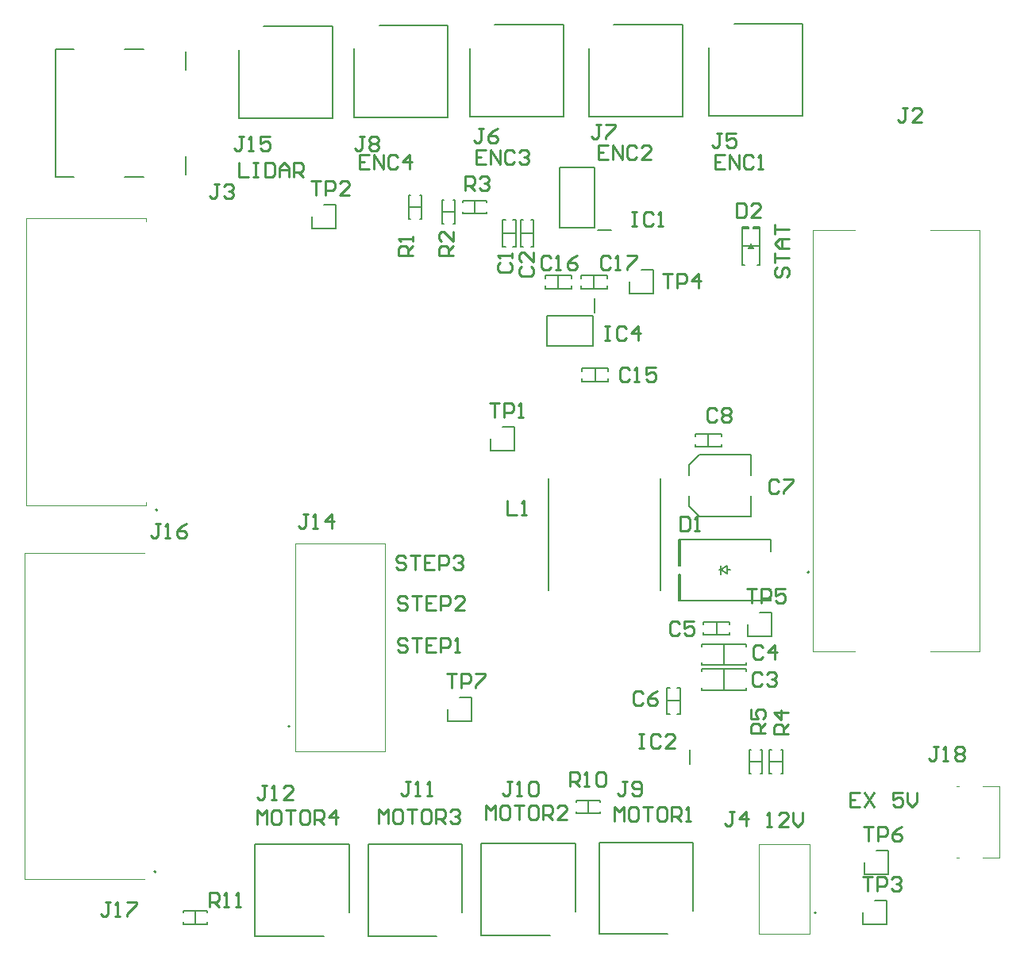
<source format=gto>
G04*
G04 #@! TF.GenerationSoftware,Altium Limited,Altium Designer,21.0.9 (235)*
G04*
G04 Layer_Color=65535*
%FSLAX25Y25*%
%MOIN*%
G70*
G04*
G04 #@! TF.SameCoordinates,91F4C2CD-C4D8-4C02-87E3-D191CECDD99B*
G04*
G04*
G04 #@! TF.FilePolarity,Positive*
G04*
G01*
G75*
%ADD10C,0.00787*%
%ADD11C,0.00394*%
%ADD12C,0.00591*%
%ADD13C,0.01000*%
D10*
X314492Y16606D02*
G03*
X314492Y17394I0J394D01*
G01*
D02*
G03*
X314492Y16606I0J-394D01*
G01*
X37846Y185831D02*
G03*
X37846Y186618I0J394D01*
G01*
D02*
G03*
X37846Y185831I0J-394D01*
G01*
X311535Y160531D02*
G03*
X311535Y159744I0J-394D01*
G01*
D02*
G03*
X311535Y160531I0J394D01*
G01*
X93466Y94965D02*
G03*
X93466Y95752I0J394D01*
G01*
D02*
G03*
X93466Y94965I0J-394D01*
G01*
X37697Y34268D02*
G03*
X36909Y34268I-394J0D01*
G01*
D02*
G03*
X37697Y34268I394J0D01*
G01*
X263165Y17846D02*
Y46587D01*
X223795D02*
X263165D01*
X223795Y8004D02*
Y46587D01*
Y8004D02*
X252535D01*
X213665Y17500D02*
Y46240D01*
X174295D02*
X213665D01*
X174295Y7658D02*
Y46240D01*
Y7658D02*
X203035D01*
X166130Y17000D02*
Y45740D01*
X126760D02*
X166130D01*
X126760Y7158D02*
Y45740D01*
Y7158D02*
X155500D01*
X118665Y17000D02*
Y45740D01*
X79295D02*
X118665D01*
X79295Y7158D02*
Y45740D01*
Y7158D02*
X108035D01*
X236500Y277000D02*
Y282000D01*
Y277000D02*
X246500D01*
Y287000D01*
X241500D02*
X246500D01*
X286000Y133000D02*
Y138000D01*
Y133000D02*
X296000D01*
Y143000D01*
X291000D02*
X296000D01*
X178000Y211000D02*
Y216000D01*
Y211000D02*
X188000D01*
Y221000D01*
X183000D02*
X188000D01*
X334500Y12000D02*
Y17000D01*
Y12000D02*
X344500D01*
Y22000D01*
X339500D02*
X344500D01*
X103000Y304500D02*
Y309500D01*
Y304500D02*
X113000D01*
Y314500D01*
X108000D02*
X113000D01*
X160000Y97500D02*
Y102500D01*
Y97500D02*
X170000D01*
Y107500D01*
X165000D02*
X170000D01*
X335000Y33000D02*
Y38000D01*
Y33000D02*
X345000D01*
Y43000D01*
X340000D02*
X345000D01*
X72335Y350913D02*
Y379654D01*
Y350913D02*
X111705D01*
Y389496D01*
X82965D02*
X111705D01*
X120835Y351260D02*
Y380000D01*
Y351260D02*
X160205D01*
Y389843D01*
X131465D02*
X160205D01*
X169335Y351413D02*
Y380153D01*
Y351413D02*
X208705D01*
Y389996D01*
X179965D02*
X208705D01*
X219335Y351413D02*
Y380153D01*
Y351413D02*
X258705D01*
Y389996D01*
X229965D02*
X258705D01*
X269870Y351913D02*
Y380654D01*
Y351913D02*
X309240D01*
Y390496D01*
X280500D02*
X309240D01*
X261445Y205025D02*
X265776Y209355D01*
X261445Y200694D02*
Y205025D01*
X265776Y209355D02*
X287429D01*
Y200694D02*
Y209355D01*
X261445Y187702D02*
X265776Y183371D01*
X261445Y187702D02*
Y192033D01*
X265776Y183371D02*
X287429D01*
Y192033D01*
X249622Y152378D02*
Y199622D01*
X202378Y152378D02*
Y199622D01*
X50055Y371110D02*
Y378984D01*
X-4669Y379772D02*
X3205D01*
X-4669Y326228D02*
Y379772D01*
Y326228D02*
X3205D01*
X24465Y379772D02*
X32339D01*
X24465Y326228D02*
X32339D01*
X50055Y327016D02*
Y334890D01*
X261779Y79508D02*
Y85512D01*
X221657Y269177D02*
Y275083D01*
X201854Y267799D02*
X221146D01*
X201854Y255201D02*
Y267799D01*
Y255201D02*
X221146D01*
Y267799D01*
X223161Y303720D02*
X228969D01*
X221783Y304705D02*
Y330295D01*
X207217D02*
X221783D01*
X207217Y304705D02*
Y330295D01*
Y304705D02*
X221783D01*
X277543Y161000D02*
X278724D01*
X274000D02*
X274787D01*
X277543Y159425D02*
Y162969D01*
X274787Y161000D02*
X277543Y162969D01*
X274787Y161000D02*
X277543Y159425D01*
X274787Y159031D02*
Y162969D01*
X257071Y148008D02*
Y159031D01*
X257858D01*
Y148008D02*
Y159031D01*
Y162969D02*
Y173992D01*
X257071Y162969D02*
X257858D01*
X257071D02*
Y173992D01*
X295654Y168776D02*
Y173992D01*
Y148008D02*
Y153224D01*
X257071Y173992D02*
X295654D01*
X257071Y148008D02*
X295654D01*
D11*
X365479Y47202D02*
G03*
X365479Y47595I0J197D01*
G01*
D02*
G03*
X365479Y47202I0J-197D01*
G01*
X290870Y8142D02*
Y45937D01*
Y8142D02*
X312130D01*
Y45937D01*
X290870D02*
X312130D01*
X384921Y40115D02*
X391708D01*
Y70036D01*
X384921D02*
X391708D01*
X373897Y40115D02*
X374684D01*
X373897Y70036D02*
X374684D01*
X33516Y307484D02*
Y308665D01*
X-16878D02*
X33516D01*
X-16878Y188193D02*
Y308665D01*
Y188193D02*
X33516D01*
Y189374D01*
X362717Y126673D02*
X383583D01*
Y303839D01*
X362717D02*
X383583D01*
X313504D02*
X331221D01*
X313504Y126673D02*
Y303839D01*
Y126673D02*
X331221D01*
X96025Y172130D02*
X133820D01*
X96025Y84728D02*
Y172130D01*
Y84728D02*
X133820D01*
Y172130D01*
X-17421Y31119D02*
X32972D01*
X-17421D02*
Y168127D01*
X32972D01*
D12*
X54000Y12244D02*
Y17756D01*
X59000Y12244D02*
Y13000D01*
X49000Y12244D02*
X59000D01*
X49000D02*
Y13000D01*
Y17000D02*
Y17756D01*
X59000D01*
Y17000D02*
Y17756D01*
X219000Y58744D02*
Y64256D01*
X214000Y63500D02*
Y64256D01*
X224000D01*
Y63500D02*
Y64256D01*
Y58744D02*
Y59500D01*
X214000Y58744D02*
X224000D01*
X214000D02*
Y59500D01*
X287500Y297000D02*
X288500Y296000D01*
X286500D02*
X287500Y297000D01*
X286500Y296000D02*
X288500D01*
X287500Y297000D02*
Y298000D01*
X283957Y297000D02*
X291043D01*
X288500Y304500D02*
X291043D01*
Y289000D02*
Y304500D01*
X290256Y289000D02*
X291043D01*
X283957Y304500D02*
X286500D01*
X283957Y289000D02*
Y304500D01*
Y289000D02*
X284744D01*
X288500Y304500D02*
Y305000D01*
X291043D01*
Y304500D02*
Y305000D01*
X283957Y304500D02*
Y305000D01*
X286500D01*
Y304500D02*
Y305000D01*
X269500Y212744D02*
Y218256D01*
X275012Y212744D02*
Y213925D01*
X263988Y212744D02*
X275012D01*
X263988D02*
Y213925D01*
Y217075D02*
Y218256D01*
X275012D01*
Y217075D02*
Y218256D01*
X286681Y85500D02*
X287437D01*
X286681Y75500D02*
Y85500D01*
Y75500D02*
X287437D01*
X291437D02*
X292193D01*
Y85500D01*
X291437D02*
X292193D01*
X286681Y80500D02*
X292193D01*
X300000Y75500D02*
X300756D01*
Y85500D01*
X300000D02*
X300756D01*
X295244D02*
X296000D01*
X295244Y75500D02*
Y85500D01*
Y75500D02*
X296000D01*
X295244Y80500D02*
X300756D01*
X252244Y106000D02*
X257756D01*
X256575Y111512D02*
X257756D01*
Y100488D02*
Y111512D01*
X256575Y100488D02*
X257756D01*
X252244D02*
X253425D01*
X252244D02*
Y111512D01*
X253425D01*
X285350Y128945D02*
Y129929D01*
X266650D02*
X285350D01*
X266650Y128945D02*
Y129929D01*
Y121071D02*
Y122055D01*
Y121071D02*
X285350D01*
Y122055D01*
X276000Y121071D02*
Y129929D01*
X285350Y118445D02*
Y119429D01*
X266650D02*
X285350D01*
X266650Y118445D02*
Y119429D01*
Y110571D02*
Y111555D01*
Y110571D02*
X285350D01*
Y111555D01*
X276000Y110571D02*
Y119429D01*
X273000Y133744D02*
Y139256D01*
X278512Y133744D02*
Y134925D01*
X267488Y133744D02*
X278512D01*
X267488D02*
Y134925D01*
Y138075D02*
Y139256D01*
X278512D01*
Y138075D02*
Y139256D01*
X221500Y279244D02*
Y284756D01*
X227012Y279244D02*
Y280425D01*
X215988Y279244D02*
X227012D01*
X215988D02*
Y280425D01*
Y283575D02*
Y284756D01*
X227012D01*
Y283575D02*
Y284756D01*
X190744Y302500D02*
X196256D01*
X190744Y296988D02*
X191925D01*
X190744D02*
Y308012D01*
X191925D01*
X195075D02*
X196256D01*
Y296988D02*
Y308012D01*
X195075Y296988D02*
X196256D01*
X183244Y302500D02*
X188756D01*
X183244Y296988D02*
X184425D01*
X183244D02*
Y308012D01*
X184425D01*
X187575D02*
X188756D01*
Y296988D02*
Y308012D01*
X187575Y296988D02*
X188756D01*
X166500Y310744D02*
Y311500D01*
Y310744D02*
X176500D01*
Y311500D01*
Y315500D02*
Y316256D01*
X166500D02*
X176500D01*
X166500Y315500D02*
Y316256D01*
X171500Y310744D02*
Y316256D01*
X222000Y240244D02*
Y245756D01*
X227512Y240244D02*
Y241425D01*
X216488Y240244D02*
X227512D01*
X216488D02*
Y241425D01*
Y244575D02*
Y245756D01*
X227512D01*
Y244575D02*
Y245756D01*
X206500Y279244D02*
Y284756D01*
X212012Y279244D02*
Y280425D01*
X200988Y279244D02*
X212012D01*
X200988D02*
Y280425D01*
Y283575D02*
Y284756D01*
X212012D01*
Y283575D02*
Y284756D01*
X162500Y306500D02*
X163256D01*
Y316500D01*
X162500D02*
X163256D01*
X157744D02*
X158500D01*
X157744Y306500D02*
Y316500D01*
Y306500D02*
X158500D01*
X157744Y311500D02*
X163256D01*
X148500Y308500D02*
X149256D01*
Y318500D01*
X148500D02*
X149256D01*
X143744D02*
X144500D01*
X143744Y308500D02*
Y318500D01*
Y308500D02*
X144500D01*
X143744Y313500D02*
X149256D01*
D13*
X60002Y19501D02*
Y25499D01*
X63001D01*
X64001Y24499D01*
Y22500D01*
X63001Y21500D01*
X60002D01*
X62002D02*
X64001Y19501D01*
X66000D02*
X68000D01*
X67000D01*
Y25499D01*
X66000Y24499D01*
X70999Y19501D02*
X72998D01*
X71998D01*
Y25499D01*
X70999Y24499D01*
X211561Y70001D02*
Y75999D01*
X214561D01*
X215560Y74999D01*
Y73000D01*
X214561Y72000D01*
X211561D01*
X213561D02*
X215560Y70001D01*
X217560D02*
X219559D01*
X218559D01*
Y75999D01*
X217560Y74999D01*
X222558D02*
X223558Y75999D01*
X225557D01*
X226557Y74999D01*
Y71001D01*
X225557Y70001D01*
X223558D01*
X222558Y71001D01*
Y74999D01*
X235500Y71999D02*
X233501D01*
X234501D01*
Y67001D01*
X233501Y66001D01*
X232501D01*
X231502Y67001D01*
X237500D02*
X238499Y66001D01*
X240499D01*
X241498Y67001D01*
Y70999D01*
X240499Y71999D01*
X238499D01*
X237500Y70999D01*
Y70000D01*
X238499Y69000D01*
X241498D01*
X187001Y71999D02*
X185002D01*
X186002D01*
Y67001D01*
X185002Y66001D01*
X184002D01*
X183002Y67001D01*
X189000Y66001D02*
X191000D01*
X190000D01*
Y71999D01*
X189000Y70999D01*
X193999D02*
X194999Y71999D01*
X196998D01*
X197998Y70999D01*
Y67001D01*
X196998Y66001D01*
X194999D01*
X193999Y67001D01*
Y70999D01*
X144501Y71999D02*
X142501D01*
X143501D01*
Y67001D01*
X142501Y66001D01*
X141502D01*
X140502Y67001D01*
X146500Y66001D02*
X148500D01*
X147500D01*
Y71999D01*
X146500Y70999D01*
X151499Y66001D02*
X153498D01*
X152498D01*
Y71999D01*
X151499Y70999D01*
X84001Y70499D02*
X82002D01*
X83002D01*
Y65501D01*
X82002Y64501D01*
X81002D01*
X80002Y65501D01*
X86001Y64501D02*
X88000D01*
X87000D01*
Y70499D01*
X86001Y69499D01*
X94998Y64501D02*
X90999D01*
X94998Y68500D01*
Y69499D01*
X93998Y70499D01*
X91999D01*
X90999Y69499D01*
X281502Y314999D02*
Y309001D01*
X284501D01*
X285500Y310001D01*
Y313999D01*
X284501Y314999D01*
X281502D01*
X291498Y309001D02*
X287500D01*
X291498Y313000D01*
Y313999D01*
X290499Y314999D01*
X288499D01*
X287500Y313999D01*
X298502Y287999D02*
X297502Y286999D01*
Y285000D01*
X298502Y284000D01*
X299501D01*
X300501Y285000D01*
Y286999D01*
X301501Y287999D01*
X302500D01*
X303500Y286999D01*
Y285000D01*
X302500Y284000D01*
X297502Y289998D02*
Y293997D01*
Y291997D01*
X303500D01*
Y295996D02*
X299501D01*
X297502Y297995D01*
X299501Y299995D01*
X303500D01*
X300501D01*
Y295996D01*
X297502Y301994D02*
Y305993D01*
Y303994D01*
X303500D01*
X250503Y285499D02*
X254501D01*
X252502D01*
Y279501D01*
X256501D02*
Y285499D01*
X259500D01*
X260499Y284499D01*
Y282500D01*
X259500Y281500D01*
X256501D01*
X265498Y279501D02*
Y285499D01*
X262499Y282500D01*
X266497D01*
X280500Y59499D02*
X278501D01*
X279501D01*
Y54501D01*
X278501Y53501D01*
X277501D01*
X276502Y54501D01*
X285499Y53501D02*
Y59499D01*
X282500Y56500D01*
X286498D01*
X285900Y153098D02*
X289899D01*
X287899D01*
Y147100D01*
X291898D02*
Y153098D01*
X294897D01*
X295897Y152098D01*
Y150099D01*
X294897Y149099D01*
X291898D01*
X301895Y153098D02*
X297896D01*
Y150099D01*
X299896Y151099D01*
X300895D01*
X301895Y150099D01*
Y148100D01*
X300895Y147100D01*
X298896D01*
X297896Y148100D01*
X177900Y231098D02*
X181899D01*
X179899D01*
Y225100D01*
X183898D02*
Y231098D01*
X186897D01*
X187897Y230098D01*
Y228099D01*
X186897Y227099D01*
X183898D01*
X189896Y225100D02*
X191895D01*
X190896D01*
Y231098D01*
X189896Y230098D01*
X334400Y32098D02*
X338399D01*
X336399D01*
Y26100D01*
X340398D02*
Y32098D01*
X343397D01*
X344397Y31098D01*
Y29099D01*
X343397Y28099D01*
X340398D01*
X346396Y31098D02*
X347396Y32098D01*
X349395D01*
X350395Y31098D01*
Y30099D01*
X349395Y29099D01*
X348395D01*
X349395D01*
X350395Y28099D01*
Y27100D01*
X349395Y26100D01*
X347396D01*
X346396Y27100D01*
X102900Y324598D02*
X106899D01*
X104899D01*
Y318600D01*
X108898D02*
Y324598D01*
X111897D01*
X112897Y323598D01*
Y321599D01*
X111897Y320599D01*
X108898D01*
X118895Y318600D02*
X114896D01*
X118895Y322599D01*
Y323598D01*
X117895Y324598D01*
X115896D01*
X114896Y323598D01*
X159900Y117598D02*
X163899D01*
X161899D01*
Y111600D01*
X165898D02*
Y117598D01*
X168897D01*
X169897Y116598D01*
Y114599D01*
X168897Y113599D01*
X165898D01*
X171896Y117598D02*
X175895D01*
Y116598D01*
X171896Y112600D01*
Y111600D01*
X334900Y53098D02*
X338899D01*
X336899D01*
Y47100D01*
X340898D02*
Y53098D01*
X343897D01*
X344897Y52098D01*
Y50099D01*
X343897Y49099D01*
X340898D01*
X350895Y53098D02*
X348896Y52098D01*
X346896Y50099D01*
Y48100D01*
X347896Y47100D01*
X349895D01*
X350895Y48100D01*
Y49099D01*
X349895Y50099D01*
X346896D01*
X332999Y67498D02*
X329000D01*
Y61500D01*
X332999D01*
X329000Y64499D02*
X330999D01*
X334998Y67498D02*
X338997Y61500D01*
Y67498D02*
X334998Y61500D01*
X350993Y67498D02*
X346994D01*
Y64499D01*
X348993Y65499D01*
X349993D01*
X350993Y64499D01*
Y62500D01*
X349993Y61500D01*
X347994D01*
X346994Y62500D01*
X352992Y67498D02*
Y63499D01*
X354992Y61500D01*
X356991Y63499D01*
Y67498D01*
X176000Y56000D02*
Y61998D01*
X177999Y59999D01*
X179999Y61998D01*
Y56000D01*
X184997Y61998D02*
X182998D01*
X181998Y60998D01*
Y57000D01*
X182998Y56000D01*
X184997D01*
X185997Y57000D01*
Y60998D01*
X184997Y61998D01*
X187996D02*
X191995D01*
X189996D01*
Y56000D01*
X196993Y61998D02*
X194994D01*
X193994Y60998D01*
Y57000D01*
X194994Y56000D01*
X196993D01*
X197993Y57000D01*
Y60998D01*
X196993Y61998D01*
X199992Y56000D02*
Y61998D01*
X202991D01*
X203991Y60998D01*
Y58999D01*
X202991Y57999D01*
X199992D01*
X201992D02*
X203991Y56000D01*
X209989D02*
X205990D01*
X209989Y59999D01*
Y60998D01*
X208989Y61998D01*
X206990D01*
X205990Y60998D01*
X80000Y54000D02*
Y59998D01*
X81999Y57999D01*
X83999Y59998D01*
Y54000D01*
X88997Y59998D02*
X86998D01*
X85998Y58998D01*
Y55000D01*
X86998Y54000D01*
X88997D01*
X89997Y55000D01*
Y58998D01*
X88997Y59998D01*
X91996D02*
X95995D01*
X93995D01*
Y54000D01*
X100993Y59998D02*
X98994D01*
X97994Y58998D01*
Y55000D01*
X98994Y54000D01*
X100993D01*
X101993Y55000D01*
Y58998D01*
X100993Y59998D01*
X103992Y54000D02*
Y59998D01*
X106991D01*
X107991Y58998D01*
Y56999D01*
X106991Y55999D01*
X103992D01*
X105992D02*
X107991Y54000D01*
X112989D02*
Y59998D01*
X109990Y56999D01*
X113989D01*
X131000Y54500D02*
Y60498D01*
X132999Y58499D01*
X134999Y60498D01*
Y54500D01*
X139997Y60498D02*
X137998D01*
X136998Y59498D01*
Y55500D01*
X137998Y54500D01*
X139997D01*
X140997Y55500D01*
Y59498D01*
X139997Y60498D01*
X142996D02*
X146995D01*
X144995D01*
Y54500D01*
X151993Y60498D02*
X149994D01*
X148994Y59498D01*
Y55500D01*
X149994Y54500D01*
X151993D01*
X152993Y55500D01*
Y59498D01*
X151993Y60498D01*
X154992Y54500D02*
Y60498D01*
X157991D01*
X158991Y59498D01*
Y57499D01*
X157991Y56499D01*
X154992D01*
X156992D02*
X158991Y54500D01*
X160990Y59498D02*
X161990Y60498D01*
X163989D01*
X164989Y59498D01*
Y58499D01*
X163989Y57499D01*
X162990D01*
X163989D01*
X164989Y56499D01*
Y55500D01*
X163989Y54500D01*
X161990D01*
X160990Y55500D01*
X366099Y86698D02*
X364099D01*
X365099D01*
Y81700D01*
X364099Y80700D01*
X363100D01*
X362100Y81700D01*
X368098Y80700D02*
X370097D01*
X369098D01*
Y86698D01*
X368098Y85698D01*
X373096D02*
X374096Y86698D01*
X376096D01*
X377095Y85698D01*
Y84699D01*
X376096Y83699D01*
X377095Y82699D01*
Y81700D01*
X376096Y80700D01*
X374096D01*
X373096Y81700D01*
Y82699D01*
X374096Y83699D01*
X373096Y84699D01*
Y85698D01*
X374096Y83699D02*
X376096D01*
X294000Y53000D02*
X295999D01*
X295000D01*
Y58998D01*
X294000Y57998D01*
X302997Y53000D02*
X298998D01*
X302997Y56999D01*
Y57998D01*
X301997Y58998D01*
X299998D01*
X298998Y57998D01*
X304996Y58998D02*
Y54999D01*
X306996Y53000D01*
X308995Y54999D01*
Y58998D01*
X142999Y131498D02*
X141999Y132498D01*
X140000D01*
X139000Y131498D01*
Y130499D01*
X140000Y129499D01*
X141999D01*
X142999Y128499D01*
Y127500D01*
X141999Y126500D01*
X140000D01*
X139000Y127500D01*
X144998Y132498D02*
X148997D01*
X146997D01*
Y126500D01*
X154995Y132498D02*
X150996D01*
Y126500D01*
X154995D01*
X150996Y129499D02*
X152996D01*
X156994Y126500D02*
Y132498D01*
X159993D01*
X160993Y131498D01*
Y129499D01*
X159993Y128499D01*
X156994D01*
X162992Y126500D02*
X164992D01*
X163992D01*
Y132498D01*
X162992Y131498D01*
X142999Y148998D02*
X141999Y149998D01*
X140000D01*
X139000Y148998D01*
Y147999D01*
X140000Y146999D01*
X141999D01*
X142999Y145999D01*
Y145000D01*
X141999Y144000D01*
X140000D01*
X139000Y145000D01*
X144998Y149998D02*
X148997D01*
X146997D01*
Y144000D01*
X154995Y149998D02*
X150996D01*
Y144000D01*
X154995D01*
X150996Y146999D02*
X152996D01*
X156994Y144000D02*
Y149998D01*
X159993D01*
X160993Y148998D01*
Y146999D01*
X159993Y145999D01*
X156994D01*
X166991Y144000D02*
X162992D01*
X166991Y147999D01*
Y148998D01*
X165991Y149998D01*
X163992D01*
X162992Y148998D01*
X142499Y165998D02*
X141499Y166998D01*
X139500D01*
X138500Y165998D01*
Y164999D01*
X139500Y163999D01*
X141499D01*
X142499Y162999D01*
Y162000D01*
X141499Y161000D01*
X139500D01*
X138500Y162000D01*
X144498Y166998D02*
X148497D01*
X146497D01*
Y161000D01*
X154495Y166998D02*
X150496D01*
Y161000D01*
X154495D01*
X150496Y163999D02*
X152496D01*
X156494Y161000D02*
Y166998D01*
X159493D01*
X160493Y165998D01*
Y163999D01*
X159493Y162999D01*
X156494D01*
X162492Y165998D02*
X163492Y166998D01*
X165491D01*
X166491Y165998D01*
Y164999D01*
X165491Y163999D01*
X164492D01*
X165491D01*
X166491Y162999D01*
Y162000D01*
X165491Y161000D01*
X163492D01*
X162492Y162000D01*
X230000Y55500D02*
Y61498D01*
X231999Y59499D01*
X233999Y61498D01*
Y55500D01*
X238997Y61498D02*
X236998D01*
X235998Y60498D01*
Y56500D01*
X236998Y55500D01*
X238997D01*
X239997Y56500D01*
Y60498D01*
X238997Y61498D01*
X241996D02*
X245995D01*
X243995D01*
Y55500D01*
X250993Y61498D02*
X248994D01*
X247994Y60498D01*
Y56500D01*
X248994Y55500D01*
X250993D01*
X251993Y56500D01*
Y60498D01*
X250993Y61498D01*
X253992Y55500D02*
Y61498D01*
X256991D01*
X257991Y60498D01*
Y58499D01*
X256991Y57499D01*
X253992D01*
X255992D02*
X257991Y55500D01*
X259990D02*
X261990D01*
X260990D01*
Y61498D01*
X259990Y60498D01*
X276499Y335498D02*
X272500D01*
Y329500D01*
X276499D01*
X272500Y332499D02*
X274499D01*
X278498Y329500D02*
Y335498D01*
X282497Y329500D01*
Y335498D01*
X288495Y334498D02*
X287495Y335498D01*
X285496D01*
X284496Y334498D01*
Y330500D01*
X285496Y329500D01*
X287495D01*
X288495Y330500D01*
X290494Y329500D02*
X292494D01*
X291494D01*
Y335498D01*
X290494Y334498D01*
X227499Y339498D02*
X223500D01*
Y333500D01*
X227499D01*
X223500Y336499D02*
X225499D01*
X229498Y333500D02*
Y339498D01*
X233497Y333500D01*
Y339498D01*
X239495Y338498D02*
X238495Y339498D01*
X236496D01*
X235496Y338498D01*
Y334500D01*
X236496Y333500D01*
X238495D01*
X239495Y334500D01*
X245493Y333500D02*
X241494D01*
X245493Y337499D01*
Y338498D01*
X244493Y339498D01*
X242494D01*
X241494Y338498D01*
X175999Y337498D02*
X172000D01*
Y331500D01*
X175999D01*
X172000Y334499D02*
X173999D01*
X177998Y331500D02*
Y337498D01*
X181997Y331500D01*
Y337498D01*
X187995Y336498D02*
X186995Y337498D01*
X184996D01*
X183996Y336498D01*
Y332500D01*
X184996Y331500D01*
X186995D01*
X187995Y332500D01*
X189994Y336498D02*
X190994Y337498D01*
X192993D01*
X193993Y336498D01*
Y335499D01*
X192993Y334499D01*
X191993D01*
X192993D01*
X193993Y333499D01*
Y332500D01*
X192993Y331500D01*
X190994D01*
X189994Y332500D01*
X126999Y335498D02*
X123000D01*
Y329500D01*
X126999D01*
X123000Y332499D02*
X124999D01*
X128998Y329500D02*
Y335498D01*
X132997Y329500D01*
Y335498D01*
X138995Y334498D02*
X137995Y335498D01*
X135996D01*
X134996Y334498D01*
Y330500D01*
X135996Y329500D01*
X137995D01*
X138995Y330500D01*
X143993Y329500D02*
Y335498D01*
X140994Y332499D01*
X144993D01*
X72500Y331998D02*
Y326000D01*
X76499D01*
X78498Y331998D02*
X80497D01*
X79498D01*
Y326000D01*
X78498D01*
X80497D01*
X83496Y331998D02*
Y326000D01*
X86496D01*
X87495Y327000D01*
Y330998D01*
X86496Y331998D01*
X83496D01*
X89495Y326000D02*
Y329999D01*
X91494Y331998D01*
X93493Y329999D01*
Y326000D01*
Y328999D01*
X89495D01*
X95493Y326000D02*
Y331998D01*
X98492D01*
X99491Y330998D01*
Y328999D01*
X98492Y327999D01*
X95493D01*
X97492D02*
X99491Y326000D01*
X18501Y21499D02*
X16502D01*
X17502D01*
Y16501D01*
X16502Y15501D01*
X15502D01*
X14502Y16501D01*
X20501Y15501D02*
X22500D01*
X21500D01*
Y21499D01*
X20501Y20499D01*
X25499Y21499D02*
X29498D01*
Y20499D01*
X25499Y16501D01*
Y15501D01*
X74501Y342999D02*
X72502D01*
X73501D01*
Y338001D01*
X72502Y337001D01*
X71502D01*
X70502Y338001D01*
X76500Y337001D02*
X78500D01*
X77500D01*
Y342999D01*
X76500Y341999D01*
X85498Y342999D02*
X81499D01*
Y340000D01*
X83498Y341000D01*
X84498D01*
X85498Y340000D01*
Y338001D01*
X84498Y337001D01*
X82499D01*
X81499Y338001D01*
X39501Y180499D02*
X37502D01*
X38502D01*
Y175501D01*
X37502Y174501D01*
X36502D01*
X35502Y175501D01*
X41500Y174501D02*
X43500D01*
X42500D01*
Y180499D01*
X41500Y179499D01*
X50498Y180499D02*
X48498Y179499D01*
X46499Y177500D01*
Y175501D01*
X47499Y174501D01*
X49498D01*
X50498Y175501D01*
Y176500D01*
X49498Y177500D01*
X46499D01*
X64000Y322999D02*
X62001D01*
X63001D01*
Y318001D01*
X62001Y317001D01*
X61001D01*
X60002Y318001D01*
X66000Y321999D02*
X66999Y322999D01*
X68999D01*
X69998Y321999D01*
Y321000D01*
X68999Y320000D01*
X67999D01*
X68999D01*
X69998Y319000D01*
Y318001D01*
X68999Y317001D01*
X66999D01*
X66000Y318001D01*
X125000Y342999D02*
X123001D01*
X124001D01*
Y338001D01*
X123001Y337001D01*
X122001D01*
X121002Y338001D01*
X127000Y341999D02*
X127999Y342999D01*
X129999D01*
X130998Y341999D01*
Y341000D01*
X129999Y340000D01*
X130998Y339000D01*
Y338001D01*
X129999Y337001D01*
X127999D01*
X127000Y338001D01*
Y339000D01*
X127999Y340000D01*
X127000Y341000D01*
Y341999D01*
X127999Y340000D02*
X129999D01*
X224500Y347999D02*
X222501D01*
X223501D01*
Y343001D01*
X222501Y342001D01*
X221501D01*
X220502Y343001D01*
X226500Y347999D02*
X230498D01*
Y346999D01*
X226500Y343001D01*
Y342001D01*
X175000Y346499D02*
X173001D01*
X174001D01*
Y341501D01*
X173001Y340501D01*
X172001D01*
X171002Y341501D01*
X180998Y346499D02*
X178999Y345499D01*
X177000Y343500D01*
Y341501D01*
X177999Y340501D01*
X179999D01*
X180998Y341501D01*
Y342500D01*
X179999Y343500D01*
X177000D01*
X275000Y344499D02*
X273001D01*
X274001D01*
Y339501D01*
X273001Y338501D01*
X272001D01*
X271002Y339501D01*
X280998Y344499D02*
X277000D01*
Y341500D01*
X278999Y342500D01*
X279999D01*
X280998Y341500D01*
Y339501D01*
X279999Y338501D01*
X277999D01*
X277000Y339501D01*
X226002Y263499D02*
X228002D01*
X227002D01*
Y257501D01*
X226002D01*
X228002D01*
X234999Y262499D02*
X234000Y263499D01*
X232000D01*
X231001Y262499D01*
Y258501D01*
X232000Y257501D01*
X234000D01*
X234999Y258501D01*
X239998Y257501D02*
Y263499D01*
X236999Y260500D01*
X240998D01*
X228501Y291999D02*
X227502Y292999D01*
X225502D01*
X224502Y291999D01*
Y288001D01*
X225502Y287001D01*
X227502D01*
X228501Y288001D01*
X230501Y287001D02*
X232500D01*
X231500D01*
Y292999D01*
X230501Y291999D01*
X235499Y292999D02*
X239498D01*
Y291999D01*
X235499Y288001D01*
Y287001D01*
X203501Y291999D02*
X202502Y292999D01*
X200502D01*
X199502Y291999D01*
Y288001D01*
X200502Y287001D01*
X202502D01*
X203501Y288001D01*
X205501Y287001D02*
X207500D01*
X206500D01*
Y292999D01*
X205501Y291999D01*
X214498Y292999D02*
X212498Y291999D01*
X210499Y290000D01*
Y288001D01*
X211498Y287001D01*
X213498D01*
X214498Y288001D01*
Y289000D01*
X213498Y290000D01*
X210499D01*
X236501Y244999D02*
X235502Y245999D01*
X233502D01*
X232502Y244999D01*
Y241001D01*
X233502Y240001D01*
X235502D01*
X236501Y241001D01*
X238500Y240001D02*
X240500D01*
X239500D01*
Y245999D01*
X238500Y244999D01*
X247498Y245999D02*
X243499D01*
Y243000D01*
X245498Y244000D01*
X246498D01*
X247498Y243000D01*
Y241001D01*
X246498Y240001D01*
X244498D01*
X243499Y241001D01*
X293499Y92502D02*
X287501D01*
Y95501D01*
X288501Y96500D01*
X290500D01*
X291500Y95501D01*
Y92502D01*
Y94501D02*
X293499Y96500D01*
X287501Y102498D02*
Y98500D01*
X290500D01*
X289500Y100499D01*
Y101499D01*
X290500Y102498D01*
X292499D01*
X293499Y101499D01*
Y99499D01*
X292499Y98500D01*
X302999Y92002D02*
X297001D01*
Y95001D01*
X298001Y96000D01*
X300000D01*
X301000Y95001D01*
Y92002D01*
Y94001D02*
X302999Y96000D01*
Y100999D02*
X297001D01*
X300000Y98000D01*
Y101998D01*
X167502Y320501D02*
Y326499D01*
X170501D01*
X171500Y325499D01*
Y323500D01*
X170501Y322500D01*
X167502D01*
X169501D02*
X171500Y320501D01*
X173500Y325499D02*
X174499Y326499D01*
X176499D01*
X177498Y325499D01*
Y324500D01*
X176499Y323500D01*
X175499D01*
X176499D01*
X177498Y322500D01*
Y321501D01*
X176499Y320501D01*
X174499D01*
X173500Y321501D01*
X162499Y293002D02*
X156501D01*
Y296001D01*
X157501Y297000D01*
X159500D01*
X160500Y296001D01*
Y293002D01*
Y295001D02*
X162499Y297000D01*
Y302998D02*
Y299000D01*
X158500Y302998D01*
X157501D01*
X156501Y301999D01*
Y299999D01*
X157501Y299000D01*
X145499Y293001D02*
X139501D01*
Y296000D01*
X140501Y297000D01*
X142500D01*
X143500Y296000D01*
Y293001D01*
Y295001D02*
X145499Y297000D01*
Y298999D02*
Y300999D01*
Y299999D01*
X139501D01*
X140501Y298999D01*
X185001Y189999D02*
Y184001D01*
X189000D01*
X190999D02*
X192999D01*
X191999D01*
Y189999D01*
X190999Y188999D01*
X101501Y184499D02*
X99502D01*
X100502D01*
Y179501D01*
X99502Y178501D01*
X98502D01*
X97502Y179501D01*
X103500Y178501D02*
X105500D01*
X104500D01*
Y184499D01*
X103500Y183499D01*
X111498Y178501D02*
Y184499D01*
X108499Y181500D01*
X112498D01*
X353000Y354999D02*
X351001D01*
X352001D01*
Y350001D01*
X351001Y349001D01*
X350001D01*
X349002Y350001D01*
X358998Y349001D02*
X355000D01*
X358998Y353000D01*
Y353999D01*
X357999Y354999D01*
X355999D01*
X355000Y353999D01*
X240502Y91999D02*
X242502D01*
X241502D01*
Y86001D01*
X240502D01*
X242502D01*
X249500Y90999D02*
X248500Y91999D01*
X246500D01*
X245501Y90999D01*
Y87001D01*
X246500Y86001D01*
X248500D01*
X249500Y87001D01*
X255498Y86001D02*
X251499D01*
X255498Y90000D01*
Y90999D01*
X254498Y91999D01*
X252499D01*
X251499Y90999D01*
X237502Y311499D02*
X239502D01*
X238502D01*
Y305501D01*
X237502D01*
X239502D01*
X246499Y310499D02*
X245499Y311499D01*
X243500D01*
X242500Y310499D01*
Y306501D01*
X243500Y305501D01*
X245499D01*
X246499Y306501D01*
X248499Y305501D02*
X250498D01*
X249498D01*
Y311499D01*
X248499Y310499D01*
X257700Y183498D02*
Y177500D01*
X260699D01*
X261699Y178500D01*
Y182498D01*
X260699Y183498D01*
X257700D01*
X263698Y177500D02*
X265697D01*
X264698D01*
Y183498D01*
X263698Y182498D01*
X273000Y227999D02*
X272001Y228999D01*
X270001D01*
X269002Y227999D01*
Y224001D01*
X270001Y223001D01*
X272001D01*
X273000Y224001D01*
X275000Y227999D02*
X275999Y228999D01*
X277999D01*
X278998Y227999D01*
Y227000D01*
X277999Y226000D01*
X278998Y225000D01*
Y224001D01*
X277999Y223001D01*
X275999D01*
X275000Y224001D01*
Y225000D01*
X275999Y226000D01*
X275000Y227000D01*
Y227999D01*
X275999Y226000D02*
X277999D01*
X299000Y197999D02*
X298001Y198999D01*
X296001D01*
X295002Y197999D01*
Y194001D01*
X296001Y193001D01*
X298001D01*
X299000Y194001D01*
X301000Y198999D02*
X304998D01*
Y197999D01*
X301000Y194001D01*
Y193001D01*
X242000Y108999D02*
X241001Y109999D01*
X239001D01*
X238002Y108999D01*
Y105001D01*
X239001Y104001D01*
X241001D01*
X242000Y105001D01*
X247998Y109999D02*
X245999Y108999D01*
X244000Y107000D01*
Y105001D01*
X244999Y104001D01*
X246999D01*
X247998Y105001D01*
Y106000D01*
X246999Y107000D01*
X244000D01*
X257500Y138499D02*
X256501Y139499D01*
X254501D01*
X253502Y138499D01*
Y134501D01*
X254501Y133501D01*
X256501D01*
X257500Y134501D01*
X263498Y139499D02*
X259500D01*
Y136500D01*
X261499Y137500D01*
X262499D01*
X263498Y136500D01*
Y134501D01*
X262499Y133501D01*
X260499D01*
X259500Y134501D01*
X292500Y128499D02*
X291501Y129499D01*
X289501D01*
X288502Y128499D01*
Y124501D01*
X289501Y123501D01*
X291501D01*
X292500Y124501D01*
X297499Y123501D02*
Y129499D01*
X294500Y126500D01*
X298498D01*
X292000Y116999D02*
X291001Y117999D01*
X289001D01*
X288002Y116999D01*
Y113001D01*
X289001Y112001D01*
X291001D01*
X292000Y113001D01*
X294000Y116999D02*
X294999Y117999D01*
X296999D01*
X297998Y116999D01*
Y116000D01*
X296999Y115000D01*
X295999D01*
X296999D01*
X297998Y114000D01*
Y113001D01*
X296999Y112001D01*
X294999D01*
X294000Y113001D01*
X191001Y288500D02*
X190001Y287501D01*
Y285501D01*
X191001Y284502D01*
X194999D01*
X195999Y285501D01*
Y287501D01*
X194999Y288500D01*
X195999Y294498D02*
Y290500D01*
X192000Y294498D01*
X191001D01*
X190001Y293499D01*
Y291499D01*
X191001Y290500D01*
X182001Y290000D02*
X181001Y289000D01*
Y287001D01*
X182001Y286001D01*
X185999D01*
X186999Y287001D01*
Y289000D01*
X185999Y290000D01*
X186999Y291999D02*
Y293999D01*
Y292999D01*
X181001D01*
X182001Y291999D01*
M02*

</source>
